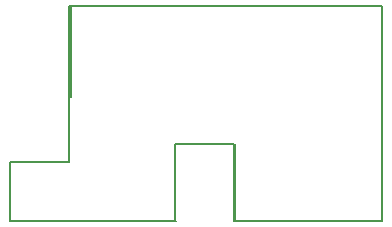
<source format=gbr>
G04 EAGLE Gerber RS-274X export*
G75*
%MOMM*%
%FSLAX34Y34*%
%LPD*%
%INOutline*%
%IPPOS*%
%AMOC8*
5,1,8,0,0,1.08239X$1,22.5*%
G01*
%ADD10C,0.127000*%
%ADD11C,0.152400*%


D10*
X198555Y0D02*
X314325Y0D01*
X132395Y0D02*
X0Y0D01*
D11*
X0Y50000D01*
X0Y0D02*
X140000Y0D01*
X50000Y50000D02*
X0Y50000D01*
X190000Y0D02*
X315000Y0D01*
X190000Y0D02*
X190000Y65000D01*
X50000Y50000D02*
X50000Y182000D01*
X315000Y182000D01*
X315000Y0D01*
D10*
X51600Y104400D02*
X51600Y180600D01*
X139225Y65000D02*
X189225Y65000D01*
X139225Y65000D02*
X139225Y0D01*
X189225Y0D02*
X189225Y65000D01*
X139225Y0D02*
X124225Y0D01*
X189225Y0D02*
X204225Y0D01*
M02*

</source>
